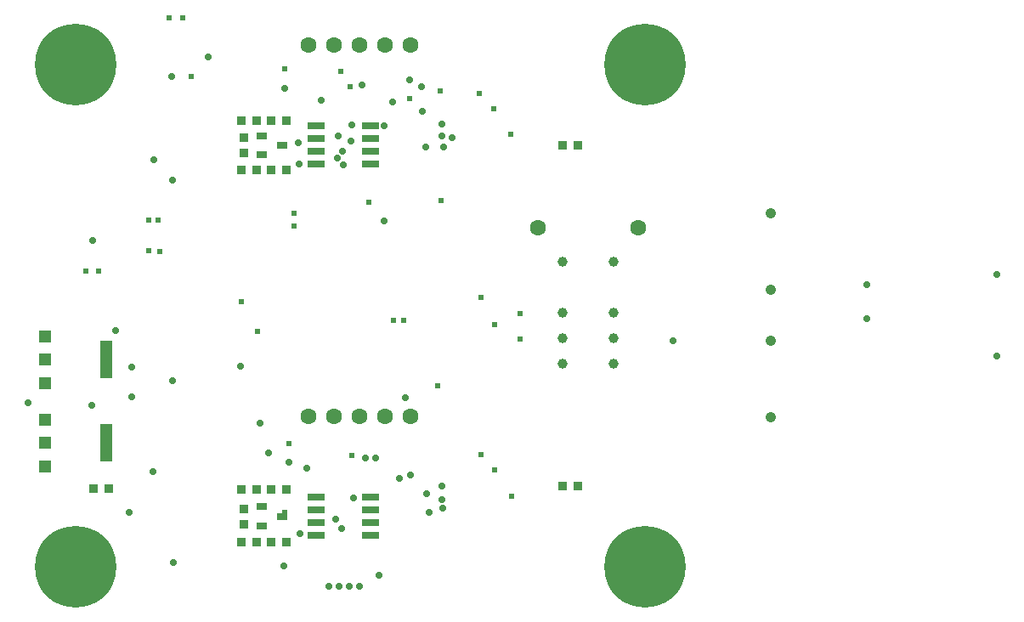
<source format=gbs>
G04*
G04 #@! TF.GenerationSoftware,Altium Limited,Altium Designer,19.0.15 (446)*
G04*
G04 Layer_Color=16711935*
%FSLAX25Y25*%
%MOIN*%
G70*
G01*
G75*
%ADD19R,0.03550X0.03353*%
%ADD25R,0.03353X0.03550*%
%ADD26R,0.06502X0.02762*%
%ADD29R,0.03943X0.03156*%
%ADD36C,0.03943*%
%ADD37C,0.06306*%
%ADD38C,0.04239*%
%ADD39C,0.31896*%
%ADD40C,0.02368*%
%ADD41C,0.02762*%
%ADD69R,0.05124X0.14573*%
%ADD70R,0.05124X0.05124*%
D19*
X-208465Y-67913D02*
D03*
X-214370D02*
D03*
X-138779Y76378D02*
D03*
X-144685D02*
D03*
X-150591D02*
D03*
X-156496D02*
D03*
X-138779Y57087D02*
D03*
X-144685D02*
D03*
X-150591D02*
D03*
X-156496D02*
D03*
X-150591Y-88976D02*
D03*
X-156496D02*
D03*
X-138779Y-68110D02*
D03*
X-144685D02*
D03*
X-150591D02*
D03*
X-156496D02*
D03*
X-138779Y-88976D02*
D03*
X-144685D02*
D03*
X-24606Y66929D02*
D03*
X-30512D02*
D03*
X-24606Y-66929D02*
D03*
X-30512D02*
D03*
D25*
X-155512Y69882D02*
D03*
Y63976D02*
D03*
Y-75787D02*
D03*
Y-81693D02*
D03*
D26*
X-127165Y74429D02*
D03*
Y69429D02*
D03*
Y64429D02*
D03*
Y59429D02*
D03*
X-105905D02*
D03*
Y64429D02*
D03*
Y69429D02*
D03*
Y74429D02*
D03*
X-127165Y-71240D02*
D03*
Y-76240D02*
D03*
Y-81240D02*
D03*
Y-86240D02*
D03*
X-105905D02*
D03*
Y-81240D02*
D03*
Y-76240D02*
D03*
Y-71240D02*
D03*
D29*
X-148425Y62992D02*
D03*
Y70472D02*
D03*
X-140551Y66732D02*
D03*
X-148425Y-82480D02*
D03*
Y-75000D02*
D03*
X-140551Y-78740D02*
D03*
D36*
X-30472Y1063D02*
D03*
Y-8937D02*
D03*
Y-18937D02*
D03*
X-10472D02*
D03*
Y-8937D02*
D03*
Y1063D02*
D03*
Y21063D02*
D03*
X-30472D02*
D03*
D37*
X-787Y34646D02*
D03*
X-40157D02*
D03*
X-90236Y106299D02*
D03*
X-100236D02*
D03*
X-110236D02*
D03*
X-120236D02*
D03*
X-130236D02*
D03*
X-90236Y-39370D02*
D03*
X-100236D02*
D03*
X-110236D02*
D03*
X-120236D02*
D03*
X-130236D02*
D03*
D38*
X51181Y40000D02*
D03*
Y10000D02*
D03*
Y-10000D02*
D03*
Y-40000D02*
D03*
D39*
X-221457Y98425D02*
D03*
Y-98425D02*
D03*
X1969D02*
D03*
Y98425D02*
D03*
D40*
X-62992Y87205D02*
D03*
X-57480Y81299D02*
D03*
X-50653Y71260D02*
D03*
X-50465Y-70871D02*
D03*
X-78347Y88189D02*
D03*
X-90551Y85039D02*
D03*
X-78150Y45276D02*
D03*
X-212598Y17323D02*
D03*
X-217323D02*
D03*
X-106299Y44488D02*
D03*
X-113675Y89764D02*
D03*
X-113189Y-54724D02*
D03*
X-137795Y-50197D02*
D03*
X-139370Y-77165D02*
D03*
X-135827Y35039D02*
D03*
Y40000D02*
D03*
X-117520Y95669D02*
D03*
X-139370Y96653D02*
D03*
X-176181Y93701D02*
D03*
X-179528Y116732D02*
D03*
X-184646D02*
D03*
X-188976Y37402D02*
D03*
X-192913Y37401D02*
D03*
X-188583Y25197D02*
D03*
X-192913Y25591D02*
D03*
X-150000Y-6102D02*
D03*
X-156496Y5512D02*
D03*
X-92913Y-1772D02*
D03*
X-96850D02*
D03*
X-79528Y-27559D02*
D03*
X-62402Y7087D02*
D03*
X-57087Y-3524D02*
D03*
X-47047Y-9173D02*
D03*
Y827D02*
D03*
X-57087Y-60433D02*
D03*
X-62598Y-54527D02*
D03*
D41*
X-139764Y-98032D02*
D03*
X-92205Y-32283D02*
D03*
X-149213Y-42126D02*
D03*
X-191042Y-61024D02*
D03*
X-169488Y101575D02*
D03*
X-183661Y93701D02*
D03*
X-183465Y53150D02*
D03*
X-100394Y74429D02*
D03*
X-97244Y83858D02*
D03*
X-109055Y90551D02*
D03*
X-85933Y89764D02*
D03*
X-90551Y92520D02*
D03*
X-107730Y-55905D02*
D03*
X-103820D02*
D03*
X-94488Y-63779D02*
D03*
X-200394Y-77165D02*
D03*
X-240158Y-34252D02*
D03*
X-214961Y-35201D02*
D03*
X12992Y-9843D02*
D03*
X-24606Y66929D02*
D03*
X-84055Y66142D02*
D03*
X-100393Y37126D02*
D03*
X-83858Y-69685D02*
D03*
X-214843Y29528D02*
D03*
X-205906Y-5906D02*
D03*
X-199606Y-31890D02*
D03*
X-156496Y-88976D02*
D03*
X-199606Y-20079D02*
D03*
X-156496Y-68110D02*
D03*
X-113386Y68504D02*
D03*
X-117126Y-83661D02*
D03*
X-125197Y84646D02*
D03*
X-130709Y-59842D02*
D03*
X-133858Y59429D02*
D03*
X-134252Y67716D02*
D03*
X-85433Y80315D02*
D03*
X-133465Y-85433D02*
D03*
X-102362Y-101969D02*
D03*
X-90158Y-62598D02*
D03*
X-190669Y61024D02*
D03*
X-183071Y-96850D02*
D03*
X-145669Y-53937D02*
D03*
X-116654Y64567D02*
D03*
X-118504Y70472D02*
D03*
X-139370Y89173D02*
D03*
X-112992Y74803D02*
D03*
X-116535Y59055D02*
D03*
X-118898Y61811D02*
D03*
X-105905Y59429D02*
D03*
Y74429D02*
D03*
Y-86221D02*
D03*
Y-71240D02*
D03*
X-119291Y-79921D02*
D03*
X-137795Y-57677D02*
D03*
X-112598Y-71653D02*
D03*
X-156693Y-19685D02*
D03*
X-183465Y-25591D02*
D03*
X-110236Y-106299D02*
D03*
X-114173D02*
D03*
X-118110D02*
D03*
X-122047D02*
D03*
X-77559Y-75590D02*
D03*
X-82677Y-77165D02*
D03*
X-77756Y-72047D02*
D03*
Y-66929D02*
D03*
X-77165Y66142D02*
D03*
X-73622Y69685D02*
D03*
X-77756Y75197D02*
D03*
Y70472D02*
D03*
X-24606Y-66929D02*
D03*
X139764Y-15748D02*
D03*
X88976Y-1181D02*
D03*
Y12205D02*
D03*
X139764Y16142D02*
D03*
D69*
X-209449Y-50000D02*
D03*
Y-17323D02*
D03*
D70*
X-233465Y-40945D02*
D03*
Y-50000D02*
D03*
Y-59055D02*
D03*
Y-8268D02*
D03*
Y-17323D02*
D03*
Y-26378D02*
D03*
M02*

</source>
